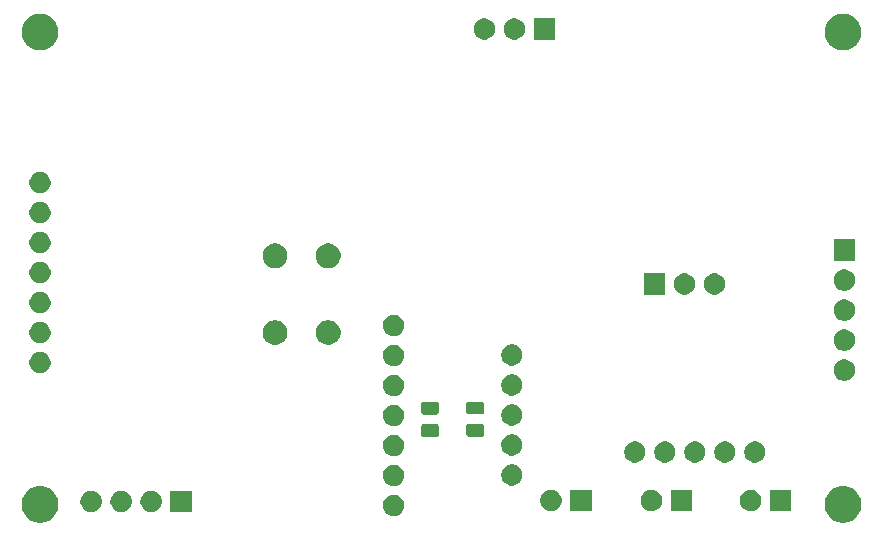
<source format=gbr>
G04 #@! TF.GenerationSoftware,KiCad,Pcbnew,(5.1.5)-3*
G04 #@! TF.CreationDate,2020-08-27T07:53:39+02:00*
G04 #@! TF.ProjectId,licznik,6c69637a-6e69-46b2-9e6b-696361645f70,rev?*
G04 #@! TF.SameCoordinates,Original*
G04 #@! TF.FileFunction,Soldermask,Bot*
G04 #@! TF.FilePolarity,Negative*
%FSLAX46Y46*%
G04 Gerber Fmt 4.6, Leading zero omitted, Abs format (unit mm)*
G04 Created by KiCad (PCBNEW (5.1.5)-3) date 2020-08-27 07:53:39*
%MOMM*%
%LPD*%
G04 APERTURE LIST*
%ADD10C,0.100000*%
G04 APERTURE END LIST*
D10*
G36*
X159952585Y-103128802D02*
G01*
X160102410Y-103158604D01*
X160384674Y-103275521D01*
X160638705Y-103445259D01*
X160854741Y-103661295D01*
X161024479Y-103915326D01*
X161141396Y-104197590D01*
X161149088Y-104236259D01*
X161201000Y-104497239D01*
X161201000Y-104802761D01*
X161181786Y-104899354D01*
X161141396Y-105102410D01*
X161024479Y-105384674D01*
X160854741Y-105638705D01*
X160638705Y-105854741D01*
X160384674Y-106024479D01*
X160102410Y-106141396D01*
X159952585Y-106171198D01*
X159802761Y-106201000D01*
X159497239Y-106201000D01*
X159347415Y-106171198D01*
X159197590Y-106141396D01*
X158915326Y-106024479D01*
X158661295Y-105854741D01*
X158445259Y-105638705D01*
X158275521Y-105384674D01*
X158158604Y-105102410D01*
X158118214Y-104899354D01*
X158099000Y-104802761D01*
X158099000Y-104497239D01*
X158150912Y-104236259D01*
X158158604Y-104197590D01*
X158275521Y-103915326D01*
X158445259Y-103661295D01*
X158661295Y-103445259D01*
X158915326Y-103275521D01*
X159197590Y-103158604D01*
X159347415Y-103128802D01*
X159497239Y-103099000D01*
X159802761Y-103099000D01*
X159952585Y-103128802D01*
G37*
G36*
X91952585Y-103128802D02*
G01*
X92102410Y-103158604D01*
X92384674Y-103275521D01*
X92638705Y-103445259D01*
X92854741Y-103661295D01*
X93024479Y-103915326D01*
X93141396Y-104197590D01*
X93149088Y-104236259D01*
X93201000Y-104497239D01*
X93201000Y-104802761D01*
X93181786Y-104899354D01*
X93141396Y-105102410D01*
X93024479Y-105384674D01*
X92854741Y-105638705D01*
X92638705Y-105854741D01*
X92384674Y-106024479D01*
X92102410Y-106141396D01*
X91952585Y-106171198D01*
X91802761Y-106201000D01*
X91497239Y-106201000D01*
X91347415Y-106171198D01*
X91197590Y-106141396D01*
X90915326Y-106024479D01*
X90661295Y-105854741D01*
X90445259Y-105638705D01*
X90275521Y-105384674D01*
X90158604Y-105102410D01*
X90118214Y-104899354D01*
X90099000Y-104802761D01*
X90099000Y-104497239D01*
X90150912Y-104236259D01*
X90158604Y-104197590D01*
X90275521Y-103915326D01*
X90445259Y-103661295D01*
X90661295Y-103445259D01*
X90915326Y-103275521D01*
X91197590Y-103158604D01*
X91347415Y-103128802D01*
X91497239Y-103099000D01*
X91802761Y-103099000D01*
X91952585Y-103128802D01*
G37*
G36*
X121713512Y-103843927D02*
G01*
X121862812Y-103873624D01*
X122026784Y-103941544D01*
X122174354Y-104040147D01*
X122299853Y-104165646D01*
X122398456Y-104313216D01*
X122466376Y-104477188D01*
X122501000Y-104651259D01*
X122501000Y-104828741D01*
X122466376Y-105002812D01*
X122398456Y-105166784D01*
X122299853Y-105314354D01*
X122174354Y-105439853D01*
X122026784Y-105538456D01*
X121862812Y-105606376D01*
X121713512Y-105636073D01*
X121688742Y-105641000D01*
X121511258Y-105641000D01*
X121486488Y-105636073D01*
X121337188Y-105606376D01*
X121173216Y-105538456D01*
X121025646Y-105439853D01*
X120900147Y-105314354D01*
X120801544Y-105166784D01*
X120733624Y-105002812D01*
X120699000Y-104828741D01*
X120699000Y-104651259D01*
X120733624Y-104477188D01*
X120801544Y-104313216D01*
X120900147Y-104165646D01*
X121025646Y-104040147D01*
X121173216Y-103941544D01*
X121337188Y-103873624D01*
X121486488Y-103843927D01*
X121511258Y-103839000D01*
X121688742Y-103839000D01*
X121713512Y-103843927D01*
G37*
G36*
X98633512Y-103503927D02*
G01*
X98782812Y-103533624D01*
X98946784Y-103601544D01*
X99094354Y-103700147D01*
X99219853Y-103825646D01*
X99318456Y-103973216D01*
X99386376Y-104137188D01*
X99406082Y-104236259D01*
X99421000Y-104311258D01*
X99421000Y-104488742D01*
X99416073Y-104513512D01*
X99386376Y-104662812D01*
X99318456Y-104826784D01*
X99219853Y-104974354D01*
X99094354Y-105099853D01*
X98946784Y-105198456D01*
X98782812Y-105266376D01*
X98633512Y-105296073D01*
X98608742Y-105301000D01*
X98431258Y-105301000D01*
X98406488Y-105296073D01*
X98257188Y-105266376D01*
X98093216Y-105198456D01*
X97945646Y-105099853D01*
X97820147Y-104974354D01*
X97721544Y-104826784D01*
X97653624Y-104662812D01*
X97623927Y-104513512D01*
X97619000Y-104488742D01*
X97619000Y-104311258D01*
X97633918Y-104236259D01*
X97653624Y-104137188D01*
X97721544Y-103973216D01*
X97820147Y-103825646D01*
X97945646Y-103700147D01*
X98093216Y-103601544D01*
X98257188Y-103533624D01*
X98406488Y-103503927D01*
X98431258Y-103499000D01*
X98608742Y-103499000D01*
X98633512Y-103503927D01*
G37*
G36*
X96093512Y-103503927D02*
G01*
X96242812Y-103533624D01*
X96406784Y-103601544D01*
X96554354Y-103700147D01*
X96679853Y-103825646D01*
X96778456Y-103973216D01*
X96846376Y-104137188D01*
X96866082Y-104236259D01*
X96881000Y-104311258D01*
X96881000Y-104488742D01*
X96876073Y-104513512D01*
X96846376Y-104662812D01*
X96778456Y-104826784D01*
X96679853Y-104974354D01*
X96554354Y-105099853D01*
X96406784Y-105198456D01*
X96242812Y-105266376D01*
X96093512Y-105296073D01*
X96068742Y-105301000D01*
X95891258Y-105301000D01*
X95866488Y-105296073D01*
X95717188Y-105266376D01*
X95553216Y-105198456D01*
X95405646Y-105099853D01*
X95280147Y-104974354D01*
X95181544Y-104826784D01*
X95113624Y-104662812D01*
X95083927Y-104513512D01*
X95079000Y-104488742D01*
X95079000Y-104311258D01*
X95093918Y-104236259D01*
X95113624Y-104137188D01*
X95181544Y-103973216D01*
X95280147Y-103825646D01*
X95405646Y-103700147D01*
X95553216Y-103601544D01*
X95717188Y-103533624D01*
X95866488Y-103503927D01*
X95891258Y-103499000D01*
X96068742Y-103499000D01*
X96093512Y-103503927D01*
G37*
G36*
X104501000Y-105301000D02*
G01*
X102699000Y-105301000D01*
X102699000Y-103499000D01*
X104501000Y-103499000D01*
X104501000Y-105301000D01*
G37*
G36*
X101173512Y-103503927D02*
G01*
X101322812Y-103533624D01*
X101486784Y-103601544D01*
X101634354Y-103700147D01*
X101759853Y-103825646D01*
X101858456Y-103973216D01*
X101926376Y-104137188D01*
X101946082Y-104236259D01*
X101961000Y-104311258D01*
X101961000Y-104488742D01*
X101956073Y-104513512D01*
X101926376Y-104662812D01*
X101858456Y-104826784D01*
X101759853Y-104974354D01*
X101634354Y-105099853D01*
X101486784Y-105198456D01*
X101322812Y-105266376D01*
X101173512Y-105296073D01*
X101148742Y-105301000D01*
X100971258Y-105301000D01*
X100946488Y-105296073D01*
X100797188Y-105266376D01*
X100633216Y-105198456D01*
X100485646Y-105099853D01*
X100360147Y-104974354D01*
X100261544Y-104826784D01*
X100193624Y-104662812D01*
X100163927Y-104513512D01*
X100159000Y-104488742D01*
X100159000Y-104311258D01*
X100173918Y-104236259D01*
X100193624Y-104137188D01*
X100261544Y-103973216D01*
X100360147Y-103825646D01*
X100485646Y-103700147D01*
X100633216Y-103601544D01*
X100797188Y-103533624D01*
X100946488Y-103503927D01*
X100971258Y-103499000D01*
X101148742Y-103499000D01*
X101173512Y-103503927D01*
G37*
G36*
X155266000Y-105226000D02*
G01*
X153464000Y-105226000D01*
X153464000Y-103424000D01*
X155266000Y-103424000D01*
X155266000Y-105226000D01*
G37*
G36*
X135023512Y-103428927D02*
G01*
X135172812Y-103458624D01*
X135336784Y-103526544D01*
X135484354Y-103625147D01*
X135609853Y-103750646D01*
X135708456Y-103898216D01*
X135776376Y-104062188D01*
X135811000Y-104236259D01*
X135811000Y-104413741D01*
X135776376Y-104587812D01*
X135708456Y-104751784D01*
X135609853Y-104899354D01*
X135484354Y-105024853D01*
X135336784Y-105123456D01*
X135172812Y-105191376D01*
X135023512Y-105221073D01*
X134998742Y-105226000D01*
X134821258Y-105226000D01*
X134796488Y-105221073D01*
X134647188Y-105191376D01*
X134483216Y-105123456D01*
X134335646Y-105024853D01*
X134210147Y-104899354D01*
X134111544Y-104751784D01*
X134043624Y-104587812D01*
X134009000Y-104413741D01*
X134009000Y-104236259D01*
X134043624Y-104062188D01*
X134111544Y-103898216D01*
X134210147Y-103750646D01*
X134335646Y-103625147D01*
X134483216Y-103526544D01*
X134647188Y-103458624D01*
X134796488Y-103428927D01*
X134821258Y-103424000D01*
X134998742Y-103424000D01*
X135023512Y-103428927D01*
G37*
G36*
X138351000Y-105226000D02*
G01*
X136549000Y-105226000D01*
X136549000Y-103424000D01*
X138351000Y-103424000D01*
X138351000Y-105226000D01*
G37*
G36*
X151938512Y-103428927D02*
G01*
X152087812Y-103458624D01*
X152251784Y-103526544D01*
X152399354Y-103625147D01*
X152524853Y-103750646D01*
X152623456Y-103898216D01*
X152691376Y-104062188D01*
X152726000Y-104236259D01*
X152726000Y-104413741D01*
X152691376Y-104587812D01*
X152623456Y-104751784D01*
X152524853Y-104899354D01*
X152399354Y-105024853D01*
X152251784Y-105123456D01*
X152087812Y-105191376D01*
X151938512Y-105221073D01*
X151913742Y-105226000D01*
X151736258Y-105226000D01*
X151711488Y-105221073D01*
X151562188Y-105191376D01*
X151398216Y-105123456D01*
X151250646Y-105024853D01*
X151125147Y-104899354D01*
X151026544Y-104751784D01*
X150958624Y-104587812D01*
X150924000Y-104413741D01*
X150924000Y-104236259D01*
X150958624Y-104062188D01*
X151026544Y-103898216D01*
X151125147Y-103750646D01*
X151250646Y-103625147D01*
X151398216Y-103526544D01*
X151562188Y-103458624D01*
X151711488Y-103428927D01*
X151736258Y-103424000D01*
X151913742Y-103424000D01*
X151938512Y-103428927D01*
G37*
G36*
X143523512Y-103428927D02*
G01*
X143672812Y-103458624D01*
X143836784Y-103526544D01*
X143984354Y-103625147D01*
X144109853Y-103750646D01*
X144208456Y-103898216D01*
X144276376Y-104062188D01*
X144311000Y-104236259D01*
X144311000Y-104413741D01*
X144276376Y-104587812D01*
X144208456Y-104751784D01*
X144109853Y-104899354D01*
X143984354Y-105024853D01*
X143836784Y-105123456D01*
X143672812Y-105191376D01*
X143523512Y-105221073D01*
X143498742Y-105226000D01*
X143321258Y-105226000D01*
X143296488Y-105221073D01*
X143147188Y-105191376D01*
X142983216Y-105123456D01*
X142835646Y-105024853D01*
X142710147Y-104899354D01*
X142611544Y-104751784D01*
X142543624Y-104587812D01*
X142509000Y-104413741D01*
X142509000Y-104236259D01*
X142543624Y-104062188D01*
X142611544Y-103898216D01*
X142710147Y-103750646D01*
X142835646Y-103625147D01*
X142983216Y-103526544D01*
X143147188Y-103458624D01*
X143296488Y-103428927D01*
X143321258Y-103424000D01*
X143498742Y-103424000D01*
X143523512Y-103428927D01*
G37*
G36*
X146851000Y-105226000D02*
G01*
X145049000Y-105226000D01*
X145049000Y-103424000D01*
X146851000Y-103424000D01*
X146851000Y-105226000D01*
G37*
G36*
X121713512Y-101303927D02*
G01*
X121862812Y-101333624D01*
X122026784Y-101401544D01*
X122174354Y-101500147D01*
X122299853Y-101625646D01*
X122398456Y-101773216D01*
X122466376Y-101937188D01*
X122501000Y-102111259D01*
X122501000Y-102288741D01*
X122466376Y-102462812D01*
X122398456Y-102626784D01*
X122299853Y-102774354D01*
X122174354Y-102899853D01*
X122026784Y-102998456D01*
X121862812Y-103066376D01*
X121713512Y-103096073D01*
X121688742Y-103101000D01*
X121511258Y-103101000D01*
X121486488Y-103096073D01*
X121337188Y-103066376D01*
X121173216Y-102998456D01*
X121025646Y-102899853D01*
X120900147Y-102774354D01*
X120801544Y-102626784D01*
X120733624Y-102462812D01*
X120699000Y-102288741D01*
X120699000Y-102111259D01*
X120733624Y-101937188D01*
X120801544Y-101773216D01*
X120900147Y-101625646D01*
X121025646Y-101500147D01*
X121173216Y-101401544D01*
X121337188Y-101333624D01*
X121486488Y-101303927D01*
X121511258Y-101299000D01*
X121688742Y-101299000D01*
X121713512Y-101303927D01*
G37*
G36*
X131713512Y-101263927D02*
G01*
X131862812Y-101293624D01*
X132026784Y-101361544D01*
X132174354Y-101460147D01*
X132299853Y-101585646D01*
X132398456Y-101733216D01*
X132466376Y-101897188D01*
X132501000Y-102071259D01*
X132501000Y-102248741D01*
X132466376Y-102422812D01*
X132398456Y-102586784D01*
X132299853Y-102734354D01*
X132174354Y-102859853D01*
X132026784Y-102958456D01*
X131862812Y-103026376D01*
X131713512Y-103056073D01*
X131688742Y-103061000D01*
X131511258Y-103061000D01*
X131486488Y-103056073D01*
X131337188Y-103026376D01*
X131173216Y-102958456D01*
X131025646Y-102859853D01*
X130900147Y-102734354D01*
X130801544Y-102586784D01*
X130733624Y-102422812D01*
X130699000Y-102248741D01*
X130699000Y-102071259D01*
X130733624Y-101897188D01*
X130801544Y-101733216D01*
X130900147Y-101585646D01*
X131025646Y-101460147D01*
X131173216Y-101361544D01*
X131337188Y-101293624D01*
X131486488Y-101263927D01*
X131511258Y-101259000D01*
X131688742Y-101259000D01*
X131713512Y-101263927D01*
G37*
G36*
X152288512Y-99328927D02*
G01*
X152437812Y-99358624D01*
X152601784Y-99426544D01*
X152749354Y-99525147D01*
X152874853Y-99650646D01*
X152973456Y-99798216D01*
X153041376Y-99962188D01*
X153066159Y-100086784D01*
X153076000Y-100136258D01*
X153076000Y-100313742D01*
X153074784Y-100319853D01*
X153041376Y-100487812D01*
X152973456Y-100651784D01*
X152874853Y-100799354D01*
X152749354Y-100924853D01*
X152601784Y-101023456D01*
X152437812Y-101091376D01*
X152288512Y-101121073D01*
X152263742Y-101126000D01*
X152086258Y-101126000D01*
X152061488Y-101121073D01*
X151912188Y-101091376D01*
X151748216Y-101023456D01*
X151600646Y-100924853D01*
X151475147Y-100799354D01*
X151376544Y-100651784D01*
X151308624Y-100487812D01*
X151275216Y-100319853D01*
X151274000Y-100313742D01*
X151274000Y-100136258D01*
X151283841Y-100086784D01*
X151308624Y-99962188D01*
X151376544Y-99798216D01*
X151475147Y-99650646D01*
X151600646Y-99525147D01*
X151748216Y-99426544D01*
X151912188Y-99358624D01*
X152061488Y-99328927D01*
X152086258Y-99324000D01*
X152263742Y-99324000D01*
X152288512Y-99328927D01*
G37*
G36*
X142128512Y-99328927D02*
G01*
X142277812Y-99358624D01*
X142441784Y-99426544D01*
X142589354Y-99525147D01*
X142714853Y-99650646D01*
X142813456Y-99798216D01*
X142881376Y-99962188D01*
X142906159Y-100086784D01*
X142916000Y-100136258D01*
X142916000Y-100313742D01*
X142914784Y-100319853D01*
X142881376Y-100487812D01*
X142813456Y-100651784D01*
X142714853Y-100799354D01*
X142589354Y-100924853D01*
X142441784Y-101023456D01*
X142277812Y-101091376D01*
X142128512Y-101121073D01*
X142103742Y-101126000D01*
X141926258Y-101126000D01*
X141901488Y-101121073D01*
X141752188Y-101091376D01*
X141588216Y-101023456D01*
X141440646Y-100924853D01*
X141315147Y-100799354D01*
X141216544Y-100651784D01*
X141148624Y-100487812D01*
X141115216Y-100319853D01*
X141114000Y-100313742D01*
X141114000Y-100136258D01*
X141123841Y-100086784D01*
X141148624Y-99962188D01*
X141216544Y-99798216D01*
X141315147Y-99650646D01*
X141440646Y-99525147D01*
X141588216Y-99426544D01*
X141752188Y-99358624D01*
X141901488Y-99328927D01*
X141926258Y-99324000D01*
X142103742Y-99324000D01*
X142128512Y-99328927D01*
G37*
G36*
X144668512Y-99328927D02*
G01*
X144817812Y-99358624D01*
X144981784Y-99426544D01*
X145129354Y-99525147D01*
X145254853Y-99650646D01*
X145353456Y-99798216D01*
X145421376Y-99962188D01*
X145446159Y-100086784D01*
X145456000Y-100136258D01*
X145456000Y-100313742D01*
X145454784Y-100319853D01*
X145421376Y-100487812D01*
X145353456Y-100651784D01*
X145254853Y-100799354D01*
X145129354Y-100924853D01*
X144981784Y-101023456D01*
X144817812Y-101091376D01*
X144668512Y-101121073D01*
X144643742Y-101126000D01*
X144466258Y-101126000D01*
X144441488Y-101121073D01*
X144292188Y-101091376D01*
X144128216Y-101023456D01*
X143980646Y-100924853D01*
X143855147Y-100799354D01*
X143756544Y-100651784D01*
X143688624Y-100487812D01*
X143655216Y-100319853D01*
X143654000Y-100313742D01*
X143654000Y-100136258D01*
X143663841Y-100086784D01*
X143688624Y-99962188D01*
X143756544Y-99798216D01*
X143855147Y-99650646D01*
X143980646Y-99525147D01*
X144128216Y-99426544D01*
X144292188Y-99358624D01*
X144441488Y-99328927D01*
X144466258Y-99324000D01*
X144643742Y-99324000D01*
X144668512Y-99328927D01*
G37*
G36*
X147208512Y-99328927D02*
G01*
X147357812Y-99358624D01*
X147521784Y-99426544D01*
X147669354Y-99525147D01*
X147794853Y-99650646D01*
X147893456Y-99798216D01*
X147961376Y-99962188D01*
X147986159Y-100086784D01*
X147996000Y-100136258D01*
X147996000Y-100313742D01*
X147994784Y-100319853D01*
X147961376Y-100487812D01*
X147893456Y-100651784D01*
X147794853Y-100799354D01*
X147669354Y-100924853D01*
X147521784Y-101023456D01*
X147357812Y-101091376D01*
X147208512Y-101121073D01*
X147183742Y-101126000D01*
X147006258Y-101126000D01*
X146981488Y-101121073D01*
X146832188Y-101091376D01*
X146668216Y-101023456D01*
X146520646Y-100924853D01*
X146395147Y-100799354D01*
X146296544Y-100651784D01*
X146228624Y-100487812D01*
X146195216Y-100319853D01*
X146194000Y-100313742D01*
X146194000Y-100136258D01*
X146203841Y-100086784D01*
X146228624Y-99962188D01*
X146296544Y-99798216D01*
X146395147Y-99650646D01*
X146520646Y-99525147D01*
X146668216Y-99426544D01*
X146832188Y-99358624D01*
X146981488Y-99328927D01*
X147006258Y-99324000D01*
X147183742Y-99324000D01*
X147208512Y-99328927D01*
G37*
G36*
X149748512Y-99328927D02*
G01*
X149897812Y-99358624D01*
X150061784Y-99426544D01*
X150209354Y-99525147D01*
X150334853Y-99650646D01*
X150433456Y-99798216D01*
X150501376Y-99962188D01*
X150526159Y-100086784D01*
X150536000Y-100136258D01*
X150536000Y-100313742D01*
X150534784Y-100319853D01*
X150501376Y-100487812D01*
X150433456Y-100651784D01*
X150334853Y-100799354D01*
X150209354Y-100924853D01*
X150061784Y-101023456D01*
X149897812Y-101091376D01*
X149748512Y-101121073D01*
X149723742Y-101126000D01*
X149546258Y-101126000D01*
X149521488Y-101121073D01*
X149372188Y-101091376D01*
X149208216Y-101023456D01*
X149060646Y-100924853D01*
X148935147Y-100799354D01*
X148836544Y-100651784D01*
X148768624Y-100487812D01*
X148735216Y-100319853D01*
X148734000Y-100313742D01*
X148734000Y-100136258D01*
X148743841Y-100086784D01*
X148768624Y-99962188D01*
X148836544Y-99798216D01*
X148935147Y-99650646D01*
X149060646Y-99525147D01*
X149208216Y-99426544D01*
X149372188Y-99358624D01*
X149521488Y-99328927D01*
X149546258Y-99324000D01*
X149723742Y-99324000D01*
X149748512Y-99328927D01*
G37*
G36*
X121692703Y-98759788D02*
G01*
X121862812Y-98793624D01*
X122026784Y-98861544D01*
X122174354Y-98960147D01*
X122299853Y-99085646D01*
X122398456Y-99233216D01*
X122466376Y-99397188D01*
X122501000Y-99571259D01*
X122501000Y-99748741D01*
X122466376Y-99922812D01*
X122398456Y-100086784D01*
X122299853Y-100234354D01*
X122174354Y-100359853D01*
X122026784Y-100458456D01*
X121862812Y-100526376D01*
X121713512Y-100556073D01*
X121688742Y-100561000D01*
X121511258Y-100561000D01*
X121486488Y-100556073D01*
X121337188Y-100526376D01*
X121173216Y-100458456D01*
X121025646Y-100359853D01*
X120900147Y-100234354D01*
X120801544Y-100086784D01*
X120733624Y-99922812D01*
X120699000Y-99748741D01*
X120699000Y-99571259D01*
X120733624Y-99397188D01*
X120801544Y-99233216D01*
X120900147Y-99085646D01*
X121025646Y-98960147D01*
X121173216Y-98861544D01*
X121337188Y-98793624D01*
X121507297Y-98759788D01*
X121511258Y-98759000D01*
X121688742Y-98759000D01*
X121692703Y-98759788D01*
G37*
G36*
X131713512Y-98723927D02*
G01*
X131862812Y-98753624D01*
X132026784Y-98821544D01*
X132174354Y-98920147D01*
X132299853Y-99045646D01*
X132398456Y-99193216D01*
X132466376Y-99357188D01*
X132474332Y-99397189D01*
X132499785Y-99525148D01*
X132501000Y-99531259D01*
X132501000Y-99708741D01*
X132466376Y-99882812D01*
X132398456Y-100046784D01*
X132299853Y-100194354D01*
X132174354Y-100319853D01*
X132026784Y-100418456D01*
X131862812Y-100486376D01*
X131713512Y-100516073D01*
X131688742Y-100521000D01*
X131511258Y-100521000D01*
X131486488Y-100516073D01*
X131337188Y-100486376D01*
X131173216Y-100418456D01*
X131025646Y-100319853D01*
X130900147Y-100194354D01*
X130801544Y-100046784D01*
X130733624Y-99882812D01*
X130699000Y-99708741D01*
X130699000Y-99531259D01*
X130700216Y-99525148D01*
X130725668Y-99397189D01*
X130733624Y-99357188D01*
X130801544Y-99193216D01*
X130900147Y-99045646D01*
X131025646Y-98920147D01*
X131173216Y-98821544D01*
X131337188Y-98753624D01*
X131486488Y-98723927D01*
X131511258Y-98719000D01*
X131688742Y-98719000D01*
X131713512Y-98723927D01*
G37*
G36*
X125259468Y-97853565D02*
G01*
X125298138Y-97865296D01*
X125333777Y-97884346D01*
X125365017Y-97909983D01*
X125390654Y-97941223D01*
X125409704Y-97976862D01*
X125421435Y-98015532D01*
X125426000Y-98061888D01*
X125426000Y-98713112D01*
X125421435Y-98759468D01*
X125409704Y-98798138D01*
X125390654Y-98833777D01*
X125365017Y-98865017D01*
X125333777Y-98890654D01*
X125298138Y-98909704D01*
X125259468Y-98921435D01*
X125213112Y-98926000D01*
X124136888Y-98926000D01*
X124090532Y-98921435D01*
X124051862Y-98909704D01*
X124016223Y-98890654D01*
X123984983Y-98865017D01*
X123959346Y-98833777D01*
X123940296Y-98798138D01*
X123928565Y-98759468D01*
X123924000Y-98713112D01*
X123924000Y-98061888D01*
X123928565Y-98015532D01*
X123940296Y-97976862D01*
X123959346Y-97941223D01*
X123984983Y-97909983D01*
X124016223Y-97884346D01*
X124051862Y-97865296D01*
X124090532Y-97853565D01*
X124136888Y-97849000D01*
X125213112Y-97849000D01*
X125259468Y-97853565D01*
G37*
G36*
X129084468Y-97841065D02*
G01*
X129123138Y-97852796D01*
X129158777Y-97871846D01*
X129190017Y-97897483D01*
X129215654Y-97928723D01*
X129234704Y-97964362D01*
X129246435Y-98003032D01*
X129251000Y-98049388D01*
X129251000Y-98700612D01*
X129246435Y-98746968D01*
X129234704Y-98785638D01*
X129215654Y-98821277D01*
X129190017Y-98852517D01*
X129158777Y-98878154D01*
X129123138Y-98897204D01*
X129084468Y-98908935D01*
X129038112Y-98913500D01*
X127961888Y-98913500D01*
X127915532Y-98908935D01*
X127876862Y-98897204D01*
X127841223Y-98878154D01*
X127809983Y-98852517D01*
X127784346Y-98821277D01*
X127765296Y-98785638D01*
X127753565Y-98746968D01*
X127749000Y-98700612D01*
X127749000Y-98049388D01*
X127753565Y-98003032D01*
X127765296Y-97964362D01*
X127784346Y-97928723D01*
X127809983Y-97897483D01*
X127841223Y-97871846D01*
X127876862Y-97852796D01*
X127915532Y-97841065D01*
X127961888Y-97836500D01*
X129038112Y-97836500D01*
X129084468Y-97841065D01*
G37*
G36*
X121713512Y-96223927D02*
G01*
X121862812Y-96253624D01*
X122026784Y-96321544D01*
X122174354Y-96420147D01*
X122299853Y-96545646D01*
X122398456Y-96693216D01*
X122466376Y-96857188D01*
X122501000Y-97031259D01*
X122501000Y-97208741D01*
X122466376Y-97382812D01*
X122398456Y-97546784D01*
X122299853Y-97694354D01*
X122174354Y-97819853D01*
X122026784Y-97918456D01*
X121862812Y-97986376D01*
X121717840Y-98015212D01*
X121688742Y-98021000D01*
X121511258Y-98021000D01*
X121482160Y-98015212D01*
X121337188Y-97986376D01*
X121173216Y-97918456D01*
X121025646Y-97819853D01*
X120900147Y-97694354D01*
X120801544Y-97546784D01*
X120733624Y-97382812D01*
X120699000Y-97208741D01*
X120699000Y-97031259D01*
X120733624Y-96857188D01*
X120801544Y-96693216D01*
X120900147Y-96545646D01*
X121025646Y-96420147D01*
X121173216Y-96321544D01*
X121337188Y-96253624D01*
X121486488Y-96223927D01*
X121511258Y-96219000D01*
X121688742Y-96219000D01*
X121713512Y-96223927D01*
G37*
G36*
X131713512Y-96183927D02*
G01*
X131862812Y-96213624D01*
X132026784Y-96281544D01*
X132174354Y-96380147D01*
X132299853Y-96505646D01*
X132398456Y-96653216D01*
X132466376Y-96817188D01*
X132501000Y-96991259D01*
X132501000Y-97168741D01*
X132466376Y-97342812D01*
X132398456Y-97506784D01*
X132299853Y-97654354D01*
X132174354Y-97779853D01*
X132026784Y-97878456D01*
X131862812Y-97946376D01*
X131713512Y-97976073D01*
X131688742Y-97981000D01*
X131511258Y-97981000D01*
X131486488Y-97976073D01*
X131337188Y-97946376D01*
X131173216Y-97878456D01*
X131025646Y-97779853D01*
X130900147Y-97654354D01*
X130801544Y-97506784D01*
X130733624Y-97342812D01*
X130699000Y-97168741D01*
X130699000Y-96991259D01*
X130733624Y-96817188D01*
X130801544Y-96653216D01*
X130900147Y-96505646D01*
X131025646Y-96380147D01*
X131173216Y-96281544D01*
X131337188Y-96213624D01*
X131486488Y-96183927D01*
X131511258Y-96179000D01*
X131688742Y-96179000D01*
X131713512Y-96183927D01*
G37*
G36*
X125259468Y-95978565D02*
G01*
X125298138Y-95990296D01*
X125333777Y-96009346D01*
X125365017Y-96034983D01*
X125390654Y-96066223D01*
X125409704Y-96101862D01*
X125421435Y-96140532D01*
X125426000Y-96186888D01*
X125426000Y-96838112D01*
X125421435Y-96884468D01*
X125409704Y-96923138D01*
X125390654Y-96958777D01*
X125365017Y-96990017D01*
X125333777Y-97015654D01*
X125298138Y-97034704D01*
X125259468Y-97046435D01*
X125213112Y-97051000D01*
X124136888Y-97051000D01*
X124090532Y-97046435D01*
X124051862Y-97034704D01*
X124016223Y-97015654D01*
X123984983Y-96990017D01*
X123959346Y-96958777D01*
X123940296Y-96923138D01*
X123928565Y-96884468D01*
X123924000Y-96838112D01*
X123924000Y-96186888D01*
X123928565Y-96140532D01*
X123940296Y-96101862D01*
X123959346Y-96066223D01*
X123984983Y-96034983D01*
X124016223Y-96009346D01*
X124051862Y-95990296D01*
X124090532Y-95978565D01*
X124136888Y-95974000D01*
X125213112Y-95974000D01*
X125259468Y-95978565D01*
G37*
G36*
X129084468Y-95966065D02*
G01*
X129123138Y-95977796D01*
X129158777Y-95996846D01*
X129190017Y-96022483D01*
X129215654Y-96053723D01*
X129234704Y-96089362D01*
X129246435Y-96128032D01*
X129251000Y-96174388D01*
X129251000Y-96825612D01*
X129246435Y-96871968D01*
X129234704Y-96910638D01*
X129215654Y-96946277D01*
X129190017Y-96977517D01*
X129158777Y-97003154D01*
X129123138Y-97022204D01*
X129084468Y-97033935D01*
X129038112Y-97038500D01*
X127961888Y-97038500D01*
X127915532Y-97033935D01*
X127876862Y-97022204D01*
X127841223Y-97003154D01*
X127809983Y-96977517D01*
X127784346Y-96946277D01*
X127765296Y-96910638D01*
X127753565Y-96871968D01*
X127749000Y-96825612D01*
X127749000Y-96174388D01*
X127753565Y-96128032D01*
X127765296Y-96089362D01*
X127784346Y-96053723D01*
X127809983Y-96022483D01*
X127841223Y-95996846D01*
X127876862Y-95977796D01*
X127915532Y-95966065D01*
X127961888Y-95961500D01*
X129038112Y-95961500D01*
X129084468Y-95966065D01*
G37*
G36*
X121713512Y-93683927D02*
G01*
X121862812Y-93713624D01*
X122026784Y-93781544D01*
X122174354Y-93880147D01*
X122299853Y-94005646D01*
X122398456Y-94153216D01*
X122466376Y-94317188D01*
X122501000Y-94491259D01*
X122501000Y-94668741D01*
X122466376Y-94842812D01*
X122398456Y-95006784D01*
X122299853Y-95154354D01*
X122174354Y-95279853D01*
X122026784Y-95378456D01*
X121862812Y-95446376D01*
X121713512Y-95476073D01*
X121688742Y-95481000D01*
X121511258Y-95481000D01*
X121486488Y-95476073D01*
X121337188Y-95446376D01*
X121173216Y-95378456D01*
X121025646Y-95279853D01*
X120900147Y-95154354D01*
X120801544Y-95006784D01*
X120733624Y-94842812D01*
X120699000Y-94668741D01*
X120699000Y-94491259D01*
X120733624Y-94317188D01*
X120801544Y-94153216D01*
X120900147Y-94005646D01*
X121025646Y-93880147D01*
X121173216Y-93781544D01*
X121337188Y-93713624D01*
X121486488Y-93683927D01*
X121511258Y-93679000D01*
X121688742Y-93679000D01*
X121713512Y-93683927D01*
G37*
G36*
X131713512Y-93643927D02*
G01*
X131862812Y-93673624D01*
X132026784Y-93741544D01*
X132174354Y-93840147D01*
X132299853Y-93965646D01*
X132398456Y-94113216D01*
X132466376Y-94277188D01*
X132501000Y-94451259D01*
X132501000Y-94628741D01*
X132466376Y-94802812D01*
X132398456Y-94966784D01*
X132299853Y-95114354D01*
X132174354Y-95239853D01*
X132026784Y-95338456D01*
X131862812Y-95406376D01*
X131713512Y-95436073D01*
X131688742Y-95441000D01*
X131511258Y-95441000D01*
X131486488Y-95436073D01*
X131337188Y-95406376D01*
X131173216Y-95338456D01*
X131025646Y-95239853D01*
X130900147Y-95114354D01*
X130801544Y-94966784D01*
X130733624Y-94802812D01*
X130699000Y-94628741D01*
X130699000Y-94451259D01*
X130733624Y-94277188D01*
X130801544Y-94113216D01*
X130900147Y-93965646D01*
X131025646Y-93840147D01*
X131173216Y-93741544D01*
X131337188Y-93673624D01*
X131486488Y-93643927D01*
X131511258Y-93639000D01*
X131688742Y-93639000D01*
X131713512Y-93643927D01*
G37*
G36*
X159854769Y-92387188D02*
G01*
X160012812Y-92418624D01*
X160176784Y-92486544D01*
X160324354Y-92585147D01*
X160449853Y-92710646D01*
X160548456Y-92858216D01*
X160616376Y-93022188D01*
X160651000Y-93196259D01*
X160651000Y-93373741D01*
X160616376Y-93547812D01*
X160548456Y-93711784D01*
X160449853Y-93859354D01*
X160324354Y-93984853D01*
X160176784Y-94083456D01*
X160012812Y-94151376D01*
X159863512Y-94181073D01*
X159838742Y-94186000D01*
X159661258Y-94186000D01*
X159636488Y-94181073D01*
X159487188Y-94151376D01*
X159323216Y-94083456D01*
X159175646Y-93984853D01*
X159050147Y-93859354D01*
X158951544Y-93711784D01*
X158883624Y-93547812D01*
X158849000Y-93373741D01*
X158849000Y-93196259D01*
X158883624Y-93022188D01*
X158951544Y-92858216D01*
X159050147Y-92710646D01*
X159175646Y-92585147D01*
X159323216Y-92486544D01*
X159487188Y-92418624D01*
X159645231Y-92387188D01*
X159661258Y-92384000D01*
X159838742Y-92384000D01*
X159854769Y-92387188D01*
G37*
G36*
X91763512Y-91753927D02*
G01*
X91912812Y-91783624D01*
X92076784Y-91851544D01*
X92224354Y-91950147D01*
X92349853Y-92075646D01*
X92448456Y-92223216D01*
X92516376Y-92387188D01*
X92551000Y-92561259D01*
X92551000Y-92738741D01*
X92516376Y-92912812D01*
X92448456Y-93076784D01*
X92349853Y-93224354D01*
X92224354Y-93349853D01*
X92076784Y-93448456D01*
X91912812Y-93516376D01*
X91763512Y-93546073D01*
X91738742Y-93551000D01*
X91561258Y-93551000D01*
X91536488Y-93546073D01*
X91387188Y-93516376D01*
X91223216Y-93448456D01*
X91075646Y-93349853D01*
X90950147Y-93224354D01*
X90851544Y-93076784D01*
X90783624Y-92912812D01*
X90749000Y-92738741D01*
X90749000Y-92561259D01*
X90783624Y-92387188D01*
X90851544Y-92223216D01*
X90950147Y-92075646D01*
X91075646Y-91950147D01*
X91223216Y-91851544D01*
X91387188Y-91783624D01*
X91536488Y-91753927D01*
X91561258Y-91749000D01*
X91738742Y-91749000D01*
X91763512Y-91753927D01*
G37*
G36*
X121713512Y-91143927D02*
G01*
X121862812Y-91173624D01*
X122026784Y-91241544D01*
X122174354Y-91340147D01*
X122299853Y-91465646D01*
X122398456Y-91613216D01*
X122466376Y-91777188D01*
X122501000Y-91951259D01*
X122501000Y-92128741D01*
X122466376Y-92302812D01*
X122398456Y-92466784D01*
X122299853Y-92614354D01*
X122174354Y-92739853D01*
X122026784Y-92838456D01*
X121862812Y-92906376D01*
X121713512Y-92936073D01*
X121688742Y-92941000D01*
X121511258Y-92941000D01*
X121486488Y-92936073D01*
X121337188Y-92906376D01*
X121173216Y-92838456D01*
X121025646Y-92739853D01*
X120900147Y-92614354D01*
X120801544Y-92466784D01*
X120733624Y-92302812D01*
X120699000Y-92128741D01*
X120699000Y-91951259D01*
X120733624Y-91777188D01*
X120801544Y-91613216D01*
X120900147Y-91465646D01*
X121025646Y-91340147D01*
X121173216Y-91241544D01*
X121337188Y-91173624D01*
X121486488Y-91143927D01*
X121511258Y-91139000D01*
X121688742Y-91139000D01*
X121713512Y-91143927D01*
G37*
G36*
X131713512Y-91103927D02*
G01*
X131862812Y-91133624D01*
X132026784Y-91201544D01*
X132174354Y-91300147D01*
X132299853Y-91425646D01*
X132398456Y-91573216D01*
X132466376Y-91737188D01*
X132501000Y-91911259D01*
X132501000Y-92088741D01*
X132466376Y-92262812D01*
X132398456Y-92426784D01*
X132299853Y-92574354D01*
X132174354Y-92699853D01*
X132026784Y-92798456D01*
X131862812Y-92866376D01*
X131713512Y-92896073D01*
X131688742Y-92901000D01*
X131511258Y-92901000D01*
X131486488Y-92896073D01*
X131337188Y-92866376D01*
X131173216Y-92798456D01*
X131025646Y-92699853D01*
X130900147Y-92574354D01*
X130801544Y-92426784D01*
X130733624Y-92262812D01*
X130699000Y-92088741D01*
X130699000Y-91911259D01*
X130733624Y-91737188D01*
X130801544Y-91573216D01*
X130900147Y-91425646D01*
X131025646Y-91300147D01*
X131173216Y-91201544D01*
X131337188Y-91133624D01*
X131486488Y-91103927D01*
X131511258Y-91099000D01*
X131688742Y-91099000D01*
X131713512Y-91103927D01*
G37*
G36*
X159854769Y-89847188D02*
G01*
X160012812Y-89878624D01*
X160176784Y-89946544D01*
X160324354Y-90045147D01*
X160449853Y-90170646D01*
X160548456Y-90318216D01*
X160616376Y-90482188D01*
X160651000Y-90656259D01*
X160651000Y-90833741D01*
X160616376Y-91007812D01*
X160548456Y-91171784D01*
X160449853Y-91319354D01*
X160324354Y-91444853D01*
X160176784Y-91543456D01*
X160012812Y-91611376D01*
X159863512Y-91641073D01*
X159838742Y-91646000D01*
X159661258Y-91646000D01*
X159636488Y-91641073D01*
X159487188Y-91611376D01*
X159323216Y-91543456D01*
X159175646Y-91444853D01*
X159050147Y-91319354D01*
X158951544Y-91171784D01*
X158883624Y-91007812D01*
X158849000Y-90833741D01*
X158849000Y-90656259D01*
X158883624Y-90482188D01*
X158951544Y-90318216D01*
X159050147Y-90170646D01*
X159175646Y-90045147D01*
X159323216Y-89946544D01*
X159487188Y-89878624D01*
X159645231Y-89847188D01*
X159661258Y-89844000D01*
X159838742Y-89844000D01*
X159854769Y-89847188D01*
G37*
G36*
X111856564Y-89089389D02*
G01*
X112047833Y-89168615D01*
X112047835Y-89168616D01*
X112160092Y-89243624D01*
X112219973Y-89283635D01*
X112366365Y-89430027D01*
X112481385Y-89602167D01*
X112560611Y-89793436D01*
X112601000Y-89996484D01*
X112601000Y-90203516D01*
X112560611Y-90406564D01*
X112529286Y-90482189D01*
X112481384Y-90597835D01*
X112366365Y-90769973D01*
X112219973Y-90916365D01*
X112047835Y-91031384D01*
X112047834Y-91031385D01*
X112047833Y-91031385D01*
X111856564Y-91110611D01*
X111653516Y-91151000D01*
X111446484Y-91151000D01*
X111243436Y-91110611D01*
X111052167Y-91031385D01*
X111052166Y-91031385D01*
X111052165Y-91031384D01*
X110880027Y-90916365D01*
X110733635Y-90769973D01*
X110618616Y-90597835D01*
X110570714Y-90482189D01*
X110539389Y-90406564D01*
X110499000Y-90203516D01*
X110499000Y-89996484D01*
X110539389Y-89793436D01*
X110618615Y-89602167D01*
X110733635Y-89430027D01*
X110880027Y-89283635D01*
X110939908Y-89243624D01*
X111052165Y-89168616D01*
X111052167Y-89168615D01*
X111243436Y-89089389D01*
X111446484Y-89049000D01*
X111653516Y-89049000D01*
X111856564Y-89089389D01*
G37*
G36*
X116356564Y-89089389D02*
G01*
X116547833Y-89168615D01*
X116547835Y-89168616D01*
X116660092Y-89243624D01*
X116719973Y-89283635D01*
X116866365Y-89430027D01*
X116981385Y-89602167D01*
X117060611Y-89793436D01*
X117101000Y-89996484D01*
X117101000Y-90203516D01*
X117060611Y-90406564D01*
X117029286Y-90482189D01*
X116981384Y-90597835D01*
X116866365Y-90769973D01*
X116719973Y-90916365D01*
X116547835Y-91031384D01*
X116547834Y-91031385D01*
X116547833Y-91031385D01*
X116356564Y-91110611D01*
X116153516Y-91151000D01*
X115946484Y-91151000D01*
X115743436Y-91110611D01*
X115552167Y-91031385D01*
X115552166Y-91031385D01*
X115552165Y-91031384D01*
X115380027Y-90916365D01*
X115233635Y-90769973D01*
X115118616Y-90597835D01*
X115070714Y-90482189D01*
X115039389Y-90406564D01*
X114999000Y-90203516D01*
X114999000Y-89996484D01*
X115039389Y-89793436D01*
X115118615Y-89602167D01*
X115233635Y-89430027D01*
X115380027Y-89283635D01*
X115439908Y-89243624D01*
X115552165Y-89168616D01*
X115552167Y-89168615D01*
X115743436Y-89089389D01*
X115946484Y-89049000D01*
X116153516Y-89049000D01*
X116356564Y-89089389D01*
G37*
G36*
X91763512Y-89213927D02*
G01*
X91912812Y-89243624D01*
X92076784Y-89311544D01*
X92224354Y-89410147D01*
X92349853Y-89535646D01*
X92448456Y-89683216D01*
X92516376Y-89847188D01*
X92551000Y-90021259D01*
X92551000Y-90198741D01*
X92516376Y-90372812D01*
X92448456Y-90536784D01*
X92349853Y-90684354D01*
X92224354Y-90809853D01*
X92076784Y-90908456D01*
X91912812Y-90976376D01*
X91763512Y-91006073D01*
X91738742Y-91011000D01*
X91561258Y-91011000D01*
X91536488Y-91006073D01*
X91387188Y-90976376D01*
X91223216Y-90908456D01*
X91075646Y-90809853D01*
X90950147Y-90684354D01*
X90851544Y-90536784D01*
X90783624Y-90372812D01*
X90749000Y-90198741D01*
X90749000Y-90021259D01*
X90783624Y-89847188D01*
X90851544Y-89683216D01*
X90950147Y-89535646D01*
X91075646Y-89410147D01*
X91223216Y-89311544D01*
X91387188Y-89243624D01*
X91536488Y-89213927D01*
X91561258Y-89209000D01*
X91738742Y-89209000D01*
X91763512Y-89213927D01*
G37*
G36*
X121713512Y-88603927D02*
G01*
X121862812Y-88633624D01*
X122026784Y-88701544D01*
X122174354Y-88800147D01*
X122299853Y-88925646D01*
X122398456Y-89073216D01*
X122466376Y-89237188D01*
X122496073Y-89386488D01*
X122501000Y-89411258D01*
X122501000Y-89588742D01*
X122496073Y-89613512D01*
X122466376Y-89762812D01*
X122398456Y-89926784D01*
X122299853Y-90074354D01*
X122174354Y-90199853D01*
X122026784Y-90298456D01*
X121862812Y-90366376D01*
X121713512Y-90396073D01*
X121688742Y-90401000D01*
X121511258Y-90401000D01*
X121486488Y-90396073D01*
X121337188Y-90366376D01*
X121173216Y-90298456D01*
X121025646Y-90199853D01*
X120900147Y-90074354D01*
X120801544Y-89926784D01*
X120733624Y-89762812D01*
X120703927Y-89613512D01*
X120699000Y-89588742D01*
X120699000Y-89411258D01*
X120703927Y-89386488D01*
X120733624Y-89237188D01*
X120801544Y-89073216D01*
X120900147Y-88925646D01*
X121025646Y-88800147D01*
X121173216Y-88701544D01*
X121337188Y-88633624D01*
X121486488Y-88603927D01*
X121511258Y-88599000D01*
X121688742Y-88599000D01*
X121713512Y-88603927D01*
G37*
G36*
X159854769Y-87307188D02*
G01*
X160012812Y-87338624D01*
X160176784Y-87406544D01*
X160324354Y-87505147D01*
X160449853Y-87630646D01*
X160548456Y-87778216D01*
X160616376Y-87942188D01*
X160651000Y-88116259D01*
X160651000Y-88293741D01*
X160616376Y-88467812D01*
X160548456Y-88631784D01*
X160449853Y-88779354D01*
X160324354Y-88904853D01*
X160176784Y-89003456D01*
X160012812Y-89071376D01*
X159863512Y-89101073D01*
X159838742Y-89106000D01*
X159661258Y-89106000D01*
X159636488Y-89101073D01*
X159487188Y-89071376D01*
X159323216Y-89003456D01*
X159175646Y-88904853D01*
X159050147Y-88779354D01*
X158951544Y-88631784D01*
X158883624Y-88467812D01*
X158849000Y-88293741D01*
X158849000Y-88116259D01*
X158883624Y-87942188D01*
X158951544Y-87778216D01*
X159050147Y-87630646D01*
X159175646Y-87505147D01*
X159323216Y-87406544D01*
X159487188Y-87338624D01*
X159645231Y-87307188D01*
X159661258Y-87304000D01*
X159838742Y-87304000D01*
X159854769Y-87307188D01*
G37*
G36*
X91763512Y-86673927D02*
G01*
X91912812Y-86703624D01*
X92076784Y-86771544D01*
X92224354Y-86870147D01*
X92349853Y-86995646D01*
X92448456Y-87143216D01*
X92516376Y-87307188D01*
X92551000Y-87481259D01*
X92551000Y-87658741D01*
X92516376Y-87832812D01*
X92448456Y-87996784D01*
X92349853Y-88144354D01*
X92224354Y-88269853D01*
X92076784Y-88368456D01*
X91912812Y-88436376D01*
X91763512Y-88466073D01*
X91738742Y-88471000D01*
X91561258Y-88471000D01*
X91536488Y-88466073D01*
X91387188Y-88436376D01*
X91223216Y-88368456D01*
X91075646Y-88269853D01*
X90950147Y-88144354D01*
X90851544Y-87996784D01*
X90783624Y-87832812D01*
X90749000Y-87658741D01*
X90749000Y-87481259D01*
X90783624Y-87307188D01*
X90851544Y-87143216D01*
X90950147Y-86995646D01*
X91075646Y-86870147D01*
X91223216Y-86771544D01*
X91387188Y-86703624D01*
X91536488Y-86673927D01*
X91561258Y-86669000D01*
X91738742Y-86669000D01*
X91763512Y-86673927D01*
G37*
G36*
X146328512Y-85103927D02*
G01*
X146477812Y-85133624D01*
X146641784Y-85201544D01*
X146789354Y-85300147D01*
X146914853Y-85425646D01*
X147013456Y-85573216D01*
X147081376Y-85737188D01*
X147111073Y-85886488D01*
X147113040Y-85896375D01*
X147116000Y-85911259D01*
X147116000Y-86088741D01*
X147081376Y-86262812D01*
X147013456Y-86426784D01*
X146914853Y-86574354D01*
X146789354Y-86699853D01*
X146641784Y-86798456D01*
X146477812Y-86866376D01*
X146328512Y-86896073D01*
X146303742Y-86901000D01*
X146126258Y-86901000D01*
X146101488Y-86896073D01*
X145952188Y-86866376D01*
X145788216Y-86798456D01*
X145640646Y-86699853D01*
X145515147Y-86574354D01*
X145416544Y-86426784D01*
X145348624Y-86262812D01*
X145314000Y-86088741D01*
X145314000Y-85911259D01*
X145316961Y-85896375D01*
X145318927Y-85886488D01*
X145348624Y-85737188D01*
X145416544Y-85573216D01*
X145515147Y-85425646D01*
X145640646Y-85300147D01*
X145788216Y-85201544D01*
X145952188Y-85133624D01*
X146101488Y-85103927D01*
X146126258Y-85099000D01*
X146303742Y-85099000D01*
X146328512Y-85103927D01*
G37*
G36*
X144576000Y-86901000D02*
G01*
X142774000Y-86901000D01*
X142774000Y-85099000D01*
X144576000Y-85099000D01*
X144576000Y-86901000D01*
G37*
G36*
X148868512Y-85103927D02*
G01*
X149017812Y-85133624D01*
X149181784Y-85201544D01*
X149329354Y-85300147D01*
X149454853Y-85425646D01*
X149553456Y-85573216D01*
X149621376Y-85737188D01*
X149651073Y-85886488D01*
X149653040Y-85896375D01*
X149656000Y-85911259D01*
X149656000Y-86088741D01*
X149621376Y-86262812D01*
X149553456Y-86426784D01*
X149454853Y-86574354D01*
X149329354Y-86699853D01*
X149181784Y-86798456D01*
X149017812Y-86866376D01*
X148868512Y-86896073D01*
X148843742Y-86901000D01*
X148666258Y-86901000D01*
X148641488Y-86896073D01*
X148492188Y-86866376D01*
X148328216Y-86798456D01*
X148180646Y-86699853D01*
X148055147Y-86574354D01*
X147956544Y-86426784D01*
X147888624Y-86262812D01*
X147854000Y-86088741D01*
X147854000Y-85911259D01*
X147856961Y-85896375D01*
X147858927Y-85886488D01*
X147888624Y-85737188D01*
X147956544Y-85573216D01*
X148055147Y-85425646D01*
X148180646Y-85300147D01*
X148328216Y-85201544D01*
X148492188Y-85133624D01*
X148641488Y-85103927D01*
X148666258Y-85099000D01*
X148843742Y-85099000D01*
X148868512Y-85103927D01*
G37*
G36*
X159854769Y-84767188D02*
G01*
X160012812Y-84798624D01*
X160176784Y-84866544D01*
X160324354Y-84965147D01*
X160449853Y-85090646D01*
X160548456Y-85238216D01*
X160616376Y-85402188D01*
X160651000Y-85576259D01*
X160651000Y-85753741D01*
X160616376Y-85927812D01*
X160548456Y-86091784D01*
X160449853Y-86239354D01*
X160324354Y-86364853D01*
X160176784Y-86463456D01*
X160012812Y-86531376D01*
X159863512Y-86561073D01*
X159838742Y-86566000D01*
X159661258Y-86566000D01*
X159636488Y-86561073D01*
X159487188Y-86531376D01*
X159323216Y-86463456D01*
X159175646Y-86364853D01*
X159050147Y-86239354D01*
X158951544Y-86091784D01*
X158883624Y-85927812D01*
X158849000Y-85753741D01*
X158849000Y-85576259D01*
X158883624Y-85402188D01*
X158951544Y-85238216D01*
X159050147Y-85090646D01*
X159175646Y-84965147D01*
X159323216Y-84866544D01*
X159487188Y-84798624D01*
X159645231Y-84767188D01*
X159661258Y-84764000D01*
X159838742Y-84764000D01*
X159854769Y-84767188D01*
G37*
G36*
X91763512Y-84133927D02*
G01*
X91912812Y-84163624D01*
X92076784Y-84231544D01*
X92224354Y-84330147D01*
X92349853Y-84455646D01*
X92448456Y-84603216D01*
X92516376Y-84767188D01*
X92546073Y-84916488D01*
X92551000Y-84941258D01*
X92551000Y-85118742D01*
X92546073Y-85143512D01*
X92516376Y-85292812D01*
X92448456Y-85456784D01*
X92349853Y-85604354D01*
X92224354Y-85729853D01*
X92076784Y-85828456D01*
X91912812Y-85896376D01*
X91763512Y-85926073D01*
X91738742Y-85931000D01*
X91561258Y-85931000D01*
X91536488Y-85926073D01*
X91387188Y-85896376D01*
X91223216Y-85828456D01*
X91075646Y-85729853D01*
X90950147Y-85604354D01*
X90851544Y-85456784D01*
X90783624Y-85292812D01*
X90753927Y-85143512D01*
X90749000Y-85118742D01*
X90749000Y-84941258D01*
X90753927Y-84916488D01*
X90783624Y-84767188D01*
X90851544Y-84603216D01*
X90950147Y-84455646D01*
X91075646Y-84330147D01*
X91223216Y-84231544D01*
X91387188Y-84163624D01*
X91536488Y-84133927D01*
X91561258Y-84129000D01*
X91738742Y-84129000D01*
X91763512Y-84133927D01*
G37*
G36*
X116356564Y-82589389D02*
G01*
X116547833Y-82668615D01*
X116547835Y-82668616D01*
X116673842Y-82752811D01*
X116719973Y-82783635D01*
X116866365Y-82930027D01*
X116981385Y-83102167D01*
X117060611Y-83293436D01*
X117101000Y-83496484D01*
X117101000Y-83703516D01*
X117060611Y-83906564D01*
X117011139Y-84026000D01*
X116981384Y-84097835D01*
X116866365Y-84269973D01*
X116719973Y-84416365D01*
X116547835Y-84531384D01*
X116547834Y-84531385D01*
X116547833Y-84531385D01*
X116356564Y-84610611D01*
X116153516Y-84651000D01*
X115946484Y-84651000D01*
X115743436Y-84610611D01*
X115552167Y-84531385D01*
X115552166Y-84531385D01*
X115552165Y-84531384D01*
X115380027Y-84416365D01*
X115233635Y-84269973D01*
X115118616Y-84097835D01*
X115088861Y-84026000D01*
X115039389Y-83906564D01*
X114999000Y-83703516D01*
X114999000Y-83496484D01*
X115039389Y-83293436D01*
X115118615Y-83102167D01*
X115233635Y-82930027D01*
X115380027Y-82783635D01*
X115426158Y-82752811D01*
X115552165Y-82668616D01*
X115552167Y-82668615D01*
X115743436Y-82589389D01*
X115946484Y-82549000D01*
X116153516Y-82549000D01*
X116356564Y-82589389D01*
G37*
G36*
X111856564Y-82589389D02*
G01*
X112047833Y-82668615D01*
X112047835Y-82668616D01*
X112173842Y-82752811D01*
X112219973Y-82783635D01*
X112366365Y-82930027D01*
X112481385Y-83102167D01*
X112560611Y-83293436D01*
X112601000Y-83496484D01*
X112601000Y-83703516D01*
X112560611Y-83906564D01*
X112511139Y-84026000D01*
X112481384Y-84097835D01*
X112366365Y-84269973D01*
X112219973Y-84416365D01*
X112047835Y-84531384D01*
X112047834Y-84531385D01*
X112047833Y-84531385D01*
X111856564Y-84610611D01*
X111653516Y-84651000D01*
X111446484Y-84651000D01*
X111243436Y-84610611D01*
X111052167Y-84531385D01*
X111052166Y-84531385D01*
X111052165Y-84531384D01*
X110880027Y-84416365D01*
X110733635Y-84269973D01*
X110618616Y-84097835D01*
X110588861Y-84026000D01*
X110539389Y-83906564D01*
X110499000Y-83703516D01*
X110499000Y-83496484D01*
X110539389Y-83293436D01*
X110618615Y-83102167D01*
X110733635Y-82930027D01*
X110880027Y-82783635D01*
X110926158Y-82752811D01*
X111052165Y-82668616D01*
X111052167Y-82668615D01*
X111243436Y-82589389D01*
X111446484Y-82549000D01*
X111653516Y-82549000D01*
X111856564Y-82589389D01*
G37*
G36*
X160651000Y-84026000D02*
G01*
X158849000Y-84026000D01*
X158849000Y-82224000D01*
X160651000Y-82224000D01*
X160651000Y-84026000D01*
G37*
G36*
X91763512Y-81593927D02*
G01*
X91912812Y-81623624D01*
X92076784Y-81691544D01*
X92224354Y-81790147D01*
X92349853Y-81915646D01*
X92448456Y-82063216D01*
X92516376Y-82227188D01*
X92551000Y-82401259D01*
X92551000Y-82578741D01*
X92516376Y-82752812D01*
X92448456Y-82916784D01*
X92349853Y-83064354D01*
X92224354Y-83189853D01*
X92076784Y-83288456D01*
X91912812Y-83356376D01*
X91763512Y-83386073D01*
X91738742Y-83391000D01*
X91561258Y-83391000D01*
X91536488Y-83386073D01*
X91387188Y-83356376D01*
X91223216Y-83288456D01*
X91075646Y-83189853D01*
X90950147Y-83064354D01*
X90851544Y-82916784D01*
X90783624Y-82752812D01*
X90749000Y-82578741D01*
X90749000Y-82401259D01*
X90783624Y-82227188D01*
X90851544Y-82063216D01*
X90950147Y-81915646D01*
X91075646Y-81790147D01*
X91223216Y-81691544D01*
X91387188Y-81623624D01*
X91536488Y-81593927D01*
X91561258Y-81589000D01*
X91738742Y-81589000D01*
X91763512Y-81593927D01*
G37*
G36*
X91763512Y-79053927D02*
G01*
X91912812Y-79083624D01*
X92076784Y-79151544D01*
X92224354Y-79250147D01*
X92349853Y-79375646D01*
X92448456Y-79523216D01*
X92516376Y-79687188D01*
X92551000Y-79861259D01*
X92551000Y-80038741D01*
X92516376Y-80212812D01*
X92448456Y-80376784D01*
X92349853Y-80524354D01*
X92224354Y-80649853D01*
X92076784Y-80748456D01*
X91912812Y-80816376D01*
X91763512Y-80846073D01*
X91738742Y-80851000D01*
X91561258Y-80851000D01*
X91536488Y-80846073D01*
X91387188Y-80816376D01*
X91223216Y-80748456D01*
X91075646Y-80649853D01*
X90950147Y-80524354D01*
X90851544Y-80376784D01*
X90783624Y-80212812D01*
X90749000Y-80038741D01*
X90749000Y-79861259D01*
X90783624Y-79687188D01*
X90851544Y-79523216D01*
X90950147Y-79375646D01*
X91075646Y-79250147D01*
X91223216Y-79151544D01*
X91387188Y-79083624D01*
X91536488Y-79053927D01*
X91561258Y-79049000D01*
X91738742Y-79049000D01*
X91763512Y-79053927D01*
G37*
G36*
X91763512Y-76513927D02*
G01*
X91912812Y-76543624D01*
X92076784Y-76611544D01*
X92224354Y-76710147D01*
X92349853Y-76835646D01*
X92448456Y-76983216D01*
X92516376Y-77147188D01*
X92551000Y-77321259D01*
X92551000Y-77498741D01*
X92516376Y-77672812D01*
X92448456Y-77836784D01*
X92349853Y-77984354D01*
X92224354Y-78109853D01*
X92076784Y-78208456D01*
X91912812Y-78276376D01*
X91763512Y-78306073D01*
X91738742Y-78311000D01*
X91561258Y-78311000D01*
X91536488Y-78306073D01*
X91387188Y-78276376D01*
X91223216Y-78208456D01*
X91075646Y-78109853D01*
X90950147Y-77984354D01*
X90851544Y-77836784D01*
X90783624Y-77672812D01*
X90749000Y-77498741D01*
X90749000Y-77321259D01*
X90783624Y-77147188D01*
X90851544Y-76983216D01*
X90950147Y-76835646D01*
X91075646Y-76710147D01*
X91223216Y-76611544D01*
X91387188Y-76543624D01*
X91536488Y-76513927D01*
X91561258Y-76509000D01*
X91738742Y-76509000D01*
X91763512Y-76513927D01*
G37*
G36*
X159952585Y-63128802D02*
G01*
X160102410Y-63158604D01*
X160384674Y-63275521D01*
X160638705Y-63445259D01*
X160854741Y-63661295D01*
X161024479Y-63915326D01*
X161116377Y-64137189D01*
X161141396Y-64197591D01*
X161201000Y-64497239D01*
X161201000Y-64802761D01*
X161171198Y-64952585D01*
X161141396Y-65102410D01*
X161024479Y-65384674D01*
X160854741Y-65638705D01*
X160638705Y-65854741D01*
X160384674Y-66024479D01*
X160102410Y-66141396D01*
X159952585Y-66171198D01*
X159802761Y-66201000D01*
X159497239Y-66201000D01*
X159347415Y-66171198D01*
X159197590Y-66141396D01*
X158915326Y-66024479D01*
X158661295Y-65854741D01*
X158445259Y-65638705D01*
X158275521Y-65384674D01*
X158158604Y-65102410D01*
X158128802Y-64952585D01*
X158099000Y-64802761D01*
X158099000Y-64497239D01*
X158158604Y-64197591D01*
X158183623Y-64137189D01*
X158275521Y-63915326D01*
X158445259Y-63661295D01*
X158661295Y-63445259D01*
X158915326Y-63275521D01*
X159197590Y-63158604D01*
X159347415Y-63128802D01*
X159497239Y-63099000D01*
X159802761Y-63099000D01*
X159952585Y-63128802D01*
G37*
G36*
X91952585Y-63128802D02*
G01*
X92102410Y-63158604D01*
X92384674Y-63275521D01*
X92638705Y-63445259D01*
X92854741Y-63661295D01*
X93024479Y-63915326D01*
X93116377Y-64137189D01*
X93141396Y-64197591D01*
X93201000Y-64497239D01*
X93201000Y-64802761D01*
X93171198Y-64952585D01*
X93141396Y-65102410D01*
X93024479Y-65384674D01*
X92854741Y-65638705D01*
X92638705Y-65854741D01*
X92384674Y-66024479D01*
X92102410Y-66141396D01*
X91952585Y-66171198D01*
X91802761Y-66201000D01*
X91497239Y-66201000D01*
X91347415Y-66171198D01*
X91197590Y-66141396D01*
X90915326Y-66024479D01*
X90661295Y-65854741D01*
X90445259Y-65638705D01*
X90275521Y-65384674D01*
X90158604Y-65102410D01*
X90128802Y-64952585D01*
X90099000Y-64802761D01*
X90099000Y-64497239D01*
X90158604Y-64197591D01*
X90183623Y-64137189D01*
X90275521Y-63915326D01*
X90445259Y-63661295D01*
X90661295Y-63445259D01*
X90915326Y-63275521D01*
X91197590Y-63158604D01*
X91347415Y-63128802D01*
X91497239Y-63099000D01*
X91802761Y-63099000D01*
X91952585Y-63128802D01*
G37*
G36*
X129383512Y-63503927D02*
G01*
X129532812Y-63533624D01*
X129696784Y-63601544D01*
X129844354Y-63700147D01*
X129969853Y-63825646D01*
X130068456Y-63973216D01*
X130136376Y-64137188D01*
X130166073Y-64286488D01*
X130171000Y-64311258D01*
X130171000Y-64488742D01*
X130166073Y-64513512D01*
X130136376Y-64662812D01*
X130068456Y-64826784D01*
X129969853Y-64974354D01*
X129844354Y-65099853D01*
X129696784Y-65198456D01*
X129532812Y-65266376D01*
X129383512Y-65296073D01*
X129358742Y-65301000D01*
X129181258Y-65301000D01*
X129156488Y-65296073D01*
X129007188Y-65266376D01*
X128843216Y-65198456D01*
X128695646Y-65099853D01*
X128570147Y-64974354D01*
X128471544Y-64826784D01*
X128403624Y-64662812D01*
X128373927Y-64513512D01*
X128369000Y-64488742D01*
X128369000Y-64311258D01*
X128373927Y-64286488D01*
X128403624Y-64137188D01*
X128471544Y-63973216D01*
X128570147Y-63825646D01*
X128695646Y-63700147D01*
X128843216Y-63601544D01*
X129007188Y-63533624D01*
X129156488Y-63503927D01*
X129181258Y-63499000D01*
X129358742Y-63499000D01*
X129383512Y-63503927D01*
G37*
G36*
X131923512Y-63503927D02*
G01*
X132072812Y-63533624D01*
X132236784Y-63601544D01*
X132384354Y-63700147D01*
X132509853Y-63825646D01*
X132608456Y-63973216D01*
X132676376Y-64137188D01*
X132706073Y-64286488D01*
X132711000Y-64311258D01*
X132711000Y-64488742D01*
X132706073Y-64513512D01*
X132676376Y-64662812D01*
X132608456Y-64826784D01*
X132509853Y-64974354D01*
X132384354Y-65099853D01*
X132236784Y-65198456D01*
X132072812Y-65266376D01*
X131923512Y-65296073D01*
X131898742Y-65301000D01*
X131721258Y-65301000D01*
X131696488Y-65296073D01*
X131547188Y-65266376D01*
X131383216Y-65198456D01*
X131235646Y-65099853D01*
X131110147Y-64974354D01*
X131011544Y-64826784D01*
X130943624Y-64662812D01*
X130913927Y-64513512D01*
X130909000Y-64488742D01*
X130909000Y-64311258D01*
X130913927Y-64286488D01*
X130943624Y-64137188D01*
X131011544Y-63973216D01*
X131110147Y-63825646D01*
X131235646Y-63700147D01*
X131383216Y-63601544D01*
X131547188Y-63533624D01*
X131696488Y-63503927D01*
X131721258Y-63499000D01*
X131898742Y-63499000D01*
X131923512Y-63503927D01*
G37*
G36*
X135251000Y-65301000D02*
G01*
X133449000Y-65301000D01*
X133449000Y-63499000D01*
X135251000Y-63499000D01*
X135251000Y-65301000D01*
G37*
M02*

</source>
